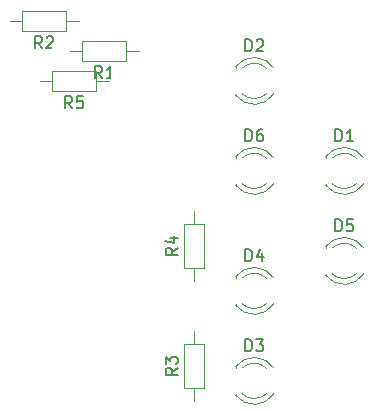
<source format=gto>
G04 #@! TF.GenerationSoftware,KiCad,Pcbnew,5.1.9*
G04 #@! TF.CreationDate,2021-04-18T01:28:33+02:00*
G04 #@! TF.ProjectId,Signalsimulator,5369676e-616c-4736-996d-756c61746f72,rev?*
G04 #@! TF.SameCoordinates,Original*
G04 #@! TF.FileFunction,Legend,Top*
G04 #@! TF.FilePolarity,Positive*
%FSLAX46Y46*%
G04 Gerber Fmt 4.6, Leading zero omitted, Abs format (unit mm)*
G04 Created by KiCad (PCBNEW 5.1.9) date 2021-04-18 01:28:33*
%MOMM*%
%LPD*%
G01*
G04 APERTURE LIST*
%ADD10C,0.120000*%
%ADD11C,0.150000*%
%ADD12C,1.800000*%
%ADD13R,1.800000X1.800000*%
%ADD14O,1.400000X1.400000*%
%ADD15C,1.400000*%
%ADD16C,1.700000*%
G04 APERTURE END LIST*
D10*
X55590000Y-36864000D02*
X55590000Y-37020000D01*
X55590000Y-39180000D02*
X55590000Y-39336000D01*
X58191130Y-39179837D02*
G75*
G02*
X56109039Y-39180000I-1041130J1079837D01*
G01*
X58191130Y-37020163D02*
G75*
G03*
X56109039Y-37020000I-1041130J-1079837D01*
G01*
X58822335Y-39178608D02*
G75*
G02*
X55590000Y-39335516I-1672335J1078608D01*
G01*
X58822335Y-37021392D02*
G75*
G03*
X55590000Y-36864484I-1672335J-1078608D01*
G01*
X47970000Y-31560000D02*
X47970000Y-31716000D01*
X47970000Y-29244000D02*
X47970000Y-29400000D01*
X51202335Y-29401392D02*
G75*
G03*
X47970000Y-29244484I-1672335J-1078608D01*
G01*
X51202335Y-31558608D02*
G75*
G02*
X47970000Y-31715516I-1672335J1078608D01*
G01*
X50571130Y-29400163D02*
G75*
G03*
X48489039Y-29400000I-1041130J-1079837D01*
G01*
X50571130Y-31559837D02*
G75*
G02*
X48489039Y-31560000I-1041130J1079837D01*
G01*
X47970000Y-54644000D02*
X47970000Y-54800000D01*
X47970000Y-56960000D02*
X47970000Y-57116000D01*
X50571130Y-56959837D02*
G75*
G02*
X48489039Y-56960000I-1041130J1079837D01*
G01*
X50571130Y-54800163D02*
G75*
G03*
X48489039Y-54800000I-1041130J-1079837D01*
G01*
X51202335Y-56958608D02*
G75*
G02*
X47970000Y-57115516I-1672335J1078608D01*
G01*
X51202335Y-54801392D02*
G75*
G03*
X47970000Y-54644484I-1672335J-1078608D01*
G01*
X47970000Y-49340000D02*
X47970000Y-49496000D01*
X47970000Y-47024000D02*
X47970000Y-47180000D01*
X51202335Y-47181392D02*
G75*
G03*
X47970000Y-47024484I-1672335J-1078608D01*
G01*
X51202335Y-49338608D02*
G75*
G02*
X47970000Y-49495516I-1672335J1078608D01*
G01*
X50571130Y-47180163D02*
G75*
G03*
X48489039Y-47180000I-1041130J-1079837D01*
G01*
X50571130Y-49339837D02*
G75*
G02*
X48489039Y-49340000I-1041130J1079837D01*
G01*
X55590000Y-44484000D02*
X55590000Y-44640000D01*
X55590000Y-46800000D02*
X55590000Y-46956000D01*
X58191130Y-46799837D02*
G75*
G02*
X56109039Y-46800000I-1041130J1079837D01*
G01*
X58191130Y-44640163D02*
G75*
G03*
X56109039Y-44640000I-1041130J-1079837D01*
G01*
X58822335Y-46798608D02*
G75*
G02*
X55590000Y-46955516I-1672335J1078608D01*
G01*
X58822335Y-44641392D02*
G75*
G03*
X55590000Y-44484484I-1672335J-1078608D01*
G01*
X47970000Y-39180000D02*
X47970000Y-39336000D01*
X47970000Y-36864000D02*
X47970000Y-37020000D01*
X51202335Y-37021392D02*
G75*
G03*
X47970000Y-36864484I-1672335J-1078608D01*
G01*
X51202335Y-39178608D02*
G75*
G02*
X47970000Y-39335516I-1672335J1078608D01*
G01*
X50571130Y-37020163D02*
G75*
G03*
X48489039Y-37020000I-1041130J-1079837D01*
G01*
X50571130Y-39179837D02*
G75*
G02*
X48489039Y-39180000I-1041130J1079837D01*
G01*
X38690000Y-28800000D02*
X38690000Y-27080000D01*
X38690000Y-27080000D02*
X34970000Y-27080000D01*
X34970000Y-27080000D02*
X34970000Y-28800000D01*
X34970000Y-28800000D02*
X38690000Y-28800000D01*
X39760000Y-27940000D02*
X38690000Y-27940000D01*
X33900000Y-27940000D02*
X34970000Y-27940000D01*
X28820000Y-25400000D02*
X29890000Y-25400000D01*
X34680000Y-25400000D02*
X33610000Y-25400000D01*
X29890000Y-26260000D02*
X33610000Y-26260000D01*
X29890000Y-24540000D02*
X29890000Y-26260000D01*
X33610000Y-24540000D02*
X29890000Y-24540000D01*
X33610000Y-26260000D02*
X33610000Y-24540000D01*
X44450000Y-51680000D02*
X44450000Y-52750000D01*
X44450000Y-57540000D02*
X44450000Y-56470000D01*
X43590000Y-52750000D02*
X43590000Y-56470000D01*
X45310000Y-52750000D02*
X43590000Y-52750000D01*
X45310000Y-56470000D02*
X45310000Y-52750000D01*
X43590000Y-56470000D02*
X45310000Y-56470000D01*
X43590000Y-46310000D02*
X45310000Y-46310000D01*
X45310000Y-46310000D02*
X45310000Y-42590000D01*
X45310000Y-42590000D02*
X43590000Y-42590000D01*
X43590000Y-42590000D02*
X43590000Y-46310000D01*
X44450000Y-47380000D02*
X44450000Y-46310000D01*
X44450000Y-41520000D02*
X44450000Y-42590000D01*
X36150000Y-31340000D02*
X36150000Y-29620000D01*
X36150000Y-29620000D02*
X32430000Y-29620000D01*
X32430000Y-29620000D02*
X32430000Y-31340000D01*
X32430000Y-31340000D02*
X36150000Y-31340000D01*
X37220000Y-30480000D02*
X36150000Y-30480000D01*
X31360000Y-30480000D02*
X32430000Y-30480000D01*
D11*
X56411904Y-35592380D02*
X56411904Y-34592380D01*
X56650000Y-34592380D01*
X56792857Y-34640000D01*
X56888095Y-34735238D01*
X56935714Y-34830476D01*
X56983333Y-35020952D01*
X56983333Y-35163809D01*
X56935714Y-35354285D01*
X56888095Y-35449523D01*
X56792857Y-35544761D01*
X56650000Y-35592380D01*
X56411904Y-35592380D01*
X57935714Y-35592380D02*
X57364285Y-35592380D01*
X57650000Y-35592380D02*
X57650000Y-34592380D01*
X57554761Y-34735238D01*
X57459523Y-34830476D01*
X57364285Y-34878095D01*
X48791904Y-27972380D02*
X48791904Y-26972380D01*
X49030000Y-26972380D01*
X49172857Y-27020000D01*
X49268095Y-27115238D01*
X49315714Y-27210476D01*
X49363333Y-27400952D01*
X49363333Y-27543809D01*
X49315714Y-27734285D01*
X49268095Y-27829523D01*
X49172857Y-27924761D01*
X49030000Y-27972380D01*
X48791904Y-27972380D01*
X49744285Y-27067619D02*
X49791904Y-27020000D01*
X49887142Y-26972380D01*
X50125238Y-26972380D01*
X50220476Y-27020000D01*
X50268095Y-27067619D01*
X50315714Y-27162857D01*
X50315714Y-27258095D01*
X50268095Y-27400952D01*
X49696666Y-27972380D01*
X50315714Y-27972380D01*
X48791904Y-53372380D02*
X48791904Y-52372380D01*
X49030000Y-52372380D01*
X49172857Y-52420000D01*
X49268095Y-52515238D01*
X49315714Y-52610476D01*
X49363333Y-52800952D01*
X49363333Y-52943809D01*
X49315714Y-53134285D01*
X49268095Y-53229523D01*
X49172857Y-53324761D01*
X49030000Y-53372380D01*
X48791904Y-53372380D01*
X49696666Y-52372380D02*
X50315714Y-52372380D01*
X49982380Y-52753333D01*
X50125238Y-52753333D01*
X50220476Y-52800952D01*
X50268095Y-52848571D01*
X50315714Y-52943809D01*
X50315714Y-53181904D01*
X50268095Y-53277142D01*
X50220476Y-53324761D01*
X50125238Y-53372380D01*
X49839523Y-53372380D01*
X49744285Y-53324761D01*
X49696666Y-53277142D01*
X48791904Y-45752380D02*
X48791904Y-44752380D01*
X49030000Y-44752380D01*
X49172857Y-44800000D01*
X49268095Y-44895238D01*
X49315714Y-44990476D01*
X49363333Y-45180952D01*
X49363333Y-45323809D01*
X49315714Y-45514285D01*
X49268095Y-45609523D01*
X49172857Y-45704761D01*
X49030000Y-45752380D01*
X48791904Y-45752380D01*
X50220476Y-45085714D02*
X50220476Y-45752380D01*
X49982380Y-44704761D02*
X49744285Y-45419047D01*
X50363333Y-45419047D01*
X56411904Y-43212380D02*
X56411904Y-42212380D01*
X56650000Y-42212380D01*
X56792857Y-42260000D01*
X56888095Y-42355238D01*
X56935714Y-42450476D01*
X56983333Y-42640952D01*
X56983333Y-42783809D01*
X56935714Y-42974285D01*
X56888095Y-43069523D01*
X56792857Y-43164761D01*
X56650000Y-43212380D01*
X56411904Y-43212380D01*
X57888095Y-42212380D02*
X57411904Y-42212380D01*
X57364285Y-42688571D01*
X57411904Y-42640952D01*
X57507142Y-42593333D01*
X57745238Y-42593333D01*
X57840476Y-42640952D01*
X57888095Y-42688571D01*
X57935714Y-42783809D01*
X57935714Y-43021904D01*
X57888095Y-43117142D01*
X57840476Y-43164761D01*
X57745238Y-43212380D01*
X57507142Y-43212380D01*
X57411904Y-43164761D01*
X57364285Y-43117142D01*
X48791904Y-35592380D02*
X48791904Y-34592380D01*
X49030000Y-34592380D01*
X49172857Y-34640000D01*
X49268095Y-34735238D01*
X49315714Y-34830476D01*
X49363333Y-35020952D01*
X49363333Y-35163809D01*
X49315714Y-35354285D01*
X49268095Y-35449523D01*
X49172857Y-35544761D01*
X49030000Y-35592380D01*
X48791904Y-35592380D01*
X50220476Y-34592380D02*
X50030000Y-34592380D01*
X49934761Y-34640000D01*
X49887142Y-34687619D01*
X49791904Y-34830476D01*
X49744285Y-35020952D01*
X49744285Y-35401904D01*
X49791904Y-35497142D01*
X49839523Y-35544761D01*
X49934761Y-35592380D01*
X50125238Y-35592380D01*
X50220476Y-35544761D01*
X50268095Y-35497142D01*
X50315714Y-35401904D01*
X50315714Y-35163809D01*
X50268095Y-35068571D01*
X50220476Y-35020952D01*
X50125238Y-34973333D01*
X49934761Y-34973333D01*
X49839523Y-35020952D01*
X49791904Y-35068571D01*
X49744285Y-35163809D01*
X36663333Y-30252380D02*
X36330000Y-29776190D01*
X36091904Y-30252380D02*
X36091904Y-29252380D01*
X36472857Y-29252380D01*
X36568095Y-29300000D01*
X36615714Y-29347619D01*
X36663333Y-29442857D01*
X36663333Y-29585714D01*
X36615714Y-29680952D01*
X36568095Y-29728571D01*
X36472857Y-29776190D01*
X36091904Y-29776190D01*
X37615714Y-30252380D02*
X37044285Y-30252380D01*
X37330000Y-30252380D02*
X37330000Y-29252380D01*
X37234761Y-29395238D01*
X37139523Y-29490476D01*
X37044285Y-29538095D01*
X31583333Y-27712380D02*
X31250000Y-27236190D01*
X31011904Y-27712380D02*
X31011904Y-26712380D01*
X31392857Y-26712380D01*
X31488095Y-26760000D01*
X31535714Y-26807619D01*
X31583333Y-26902857D01*
X31583333Y-27045714D01*
X31535714Y-27140952D01*
X31488095Y-27188571D01*
X31392857Y-27236190D01*
X31011904Y-27236190D01*
X31964285Y-26807619D02*
X32011904Y-26760000D01*
X32107142Y-26712380D01*
X32345238Y-26712380D01*
X32440476Y-26760000D01*
X32488095Y-26807619D01*
X32535714Y-26902857D01*
X32535714Y-26998095D01*
X32488095Y-27140952D01*
X31916666Y-27712380D01*
X32535714Y-27712380D01*
X43042380Y-54776666D02*
X42566190Y-55110000D01*
X43042380Y-55348095D02*
X42042380Y-55348095D01*
X42042380Y-54967142D01*
X42090000Y-54871904D01*
X42137619Y-54824285D01*
X42232857Y-54776666D01*
X42375714Y-54776666D01*
X42470952Y-54824285D01*
X42518571Y-54871904D01*
X42566190Y-54967142D01*
X42566190Y-55348095D01*
X42042380Y-54443333D02*
X42042380Y-53824285D01*
X42423333Y-54157619D01*
X42423333Y-54014761D01*
X42470952Y-53919523D01*
X42518571Y-53871904D01*
X42613809Y-53824285D01*
X42851904Y-53824285D01*
X42947142Y-53871904D01*
X42994761Y-53919523D01*
X43042380Y-54014761D01*
X43042380Y-54300476D01*
X42994761Y-54395714D01*
X42947142Y-54443333D01*
X43042380Y-44616666D02*
X42566190Y-44950000D01*
X43042380Y-45188095D02*
X42042380Y-45188095D01*
X42042380Y-44807142D01*
X42090000Y-44711904D01*
X42137619Y-44664285D01*
X42232857Y-44616666D01*
X42375714Y-44616666D01*
X42470952Y-44664285D01*
X42518571Y-44711904D01*
X42566190Y-44807142D01*
X42566190Y-45188095D01*
X42375714Y-43759523D02*
X43042380Y-43759523D01*
X41994761Y-43997619D02*
X42709047Y-44235714D01*
X42709047Y-43616666D01*
X34123333Y-32792380D02*
X33790000Y-32316190D01*
X33551904Y-32792380D02*
X33551904Y-31792380D01*
X33932857Y-31792380D01*
X34028095Y-31840000D01*
X34075714Y-31887619D01*
X34123333Y-31982857D01*
X34123333Y-32125714D01*
X34075714Y-32220952D01*
X34028095Y-32268571D01*
X33932857Y-32316190D01*
X33551904Y-32316190D01*
X35028095Y-31792380D02*
X34551904Y-31792380D01*
X34504285Y-32268571D01*
X34551904Y-32220952D01*
X34647142Y-32173333D01*
X34885238Y-32173333D01*
X34980476Y-32220952D01*
X35028095Y-32268571D01*
X35075714Y-32363809D01*
X35075714Y-32601904D01*
X35028095Y-32697142D01*
X34980476Y-32744761D01*
X34885238Y-32792380D01*
X34647142Y-32792380D01*
X34551904Y-32744761D01*
X34504285Y-32697142D01*
%LPC*%
D12*
X58420000Y-38100000D03*
D13*
X55880000Y-38100000D03*
X48260000Y-30480000D03*
D12*
X50800000Y-30480000D03*
X50800000Y-55880000D03*
D13*
X48260000Y-55880000D03*
X48260000Y-48260000D03*
D12*
X50800000Y-48260000D03*
X58420000Y-45720000D03*
D13*
X55880000Y-45720000D03*
X48260000Y-38100000D03*
D12*
X50800000Y-38100000D03*
D14*
X33020000Y-27940000D03*
D15*
X40640000Y-27940000D03*
X35560000Y-25400000D03*
D14*
X27940000Y-25400000D03*
D15*
X44450000Y-58420000D03*
D14*
X44450000Y-50800000D03*
X44450000Y-40640000D03*
D15*
X44450000Y-48260000D03*
D14*
X30480000Y-30480000D03*
D15*
X38100000Y-30480000D03*
G36*
G01*
X29880000Y-34710000D02*
X31080000Y-34710000D01*
G75*
G02*
X31330000Y-34960000I0J-250000D01*
G01*
X31330000Y-36160000D01*
G75*
G02*
X31080000Y-36410000I-250000J0D01*
G01*
X29880000Y-36410000D01*
G75*
G02*
X29630000Y-36160000I0J250000D01*
G01*
X29630000Y-34960000D01*
G75*
G02*
X29880000Y-34710000I250000J0D01*
G01*
G37*
D16*
X33020000Y-35560000D03*
X35560000Y-35560000D03*
X30480000Y-38100000D03*
X33020000Y-38100000D03*
X35560000Y-38100000D03*
M02*

</source>
